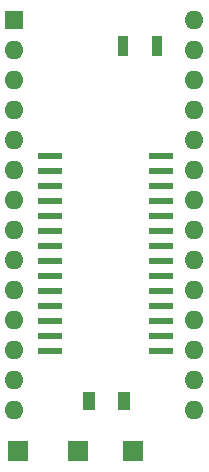
<source format=gbr>
%TF.GenerationSoftware,KiCad,Pcbnew,(5.1.9)-1*%
%TF.CreationDate,2021-05-11T14:20:08+02:00*%
%TF.ProjectId,ZX81 Intern 16K,5a583831-2049-46e7-9465-726e2031364b,rev?*%
%TF.SameCoordinates,Original*%
%TF.FileFunction,Soldermask,Top*%
%TF.FilePolarity,Negative*%
%FSLAX46Y46*%
G04 Gerber Fmt 4.6, Leading zero omitted, Abs format (unit mm)*
G04 Created by KiCad (PCBNEW (5.1.9)-1) date 2021-05-11 14:20:08*
%MOMM*%
%LPD*%
G01*
G04 APERTURE LIST*
%ADD10R,1.600000X1.600000*%
%ADD11O,1.600000X1.600000*%
%ADD12R,1.000000X1.600000*%
%ADD13R,1.700000X1.700000*%
%ADD14R,0.900000X1.700000*%
%ADD15R,2.000000X0.600000*%
G04 APERTURE END LIST*
D10*
%TO.C,REF\u002A\u002A*%
X110795000Y-71602600D03*
D11*
X126035000Y-104622600D03*
X110795000Y-74142600D03*
X126035000Y-102082600D03*
X110795000Y-76682600D03*
X126035000Y-99542600D03*
X110795000Y-79222600D03*
X126035000Y-97002600D03*
X110795000Y-81762600D03*
X126035000Y-94462600D03*
X110795000Y-84302600D03*
X126035000Y-91922600D03*
X110795000Y-86842600D03*
X126035000Y-89382600D03*
X110795000Y-89382600D03*
X126035000Y-86842600D03*
X110795000Y-91922600D03*
X126035000Y-84302600D03*
X110795000Y-94462600D03*
X126035000Y-81762600D03*
X110795000Y-97002600D03*
X126035000Y-79222600D03*
X110795000Y-99542600D03*
X126035000Y-76682600D03*
X110795000Y-102082600D03*
X126035000Y-74142600D03*
X110795000Y-104622600D03*
X126035000Y-71602600D03*
%TD*%
D12*
%TO.C,C1*%
X120093000Y-103810000D03*
X117093000Y-103810000D03*
%TD*%
D13*
%TO.C,J1*%
X111100000Y-108052000D03*
%TD*%
%TO.C,J2*%
X120870000Y-108052000D03*
%TD*%
%TO.C,J3*%
X116210000Y-108052000D03*
%TD*%
D14*
%TO.C,R1*%
X122887000Y-73761600D03*
X119987000Y-73761600D03*
%TD*%
D15*
%TO.C,U1*%
X123191000Y-83108800D03*
X123191000Y-84378800D03*
X123191000Y-85648800D03*
X123191000Y-86918800D03*
X123191000Y-88188800D03*
X123191000Y-89458800D03*
X123191000Y-90728800D03*
X123191000Y-91998800D03*
X123191000Y-93268800D03*
X123191000Y-94538800D03*
X123191000Y-95808800D03*
X123191000Y-97078800D03*
X123191000Y-98348800D03*
X123191000Y-99618800D03*
X113791000Y-99618800D03*
X113791000Y-98348800D03*
X113791000Y-97078800D03*
X113791000Y-95808800D03*
X113791000Y-94538800D03*
X113791000Y-93268800D03*
X113791000Y-91998800D03*
X113791000Y-90728800D03*
X113791000Y-89458800D03*
X113791000Y-88188800D03*
X113791000Y-86918800D03*
X113791000Y-85648800D03*
X113791000Y-84378800D03*
X113791000Y-83108800D03*
%TD*%
M02*

</source>
